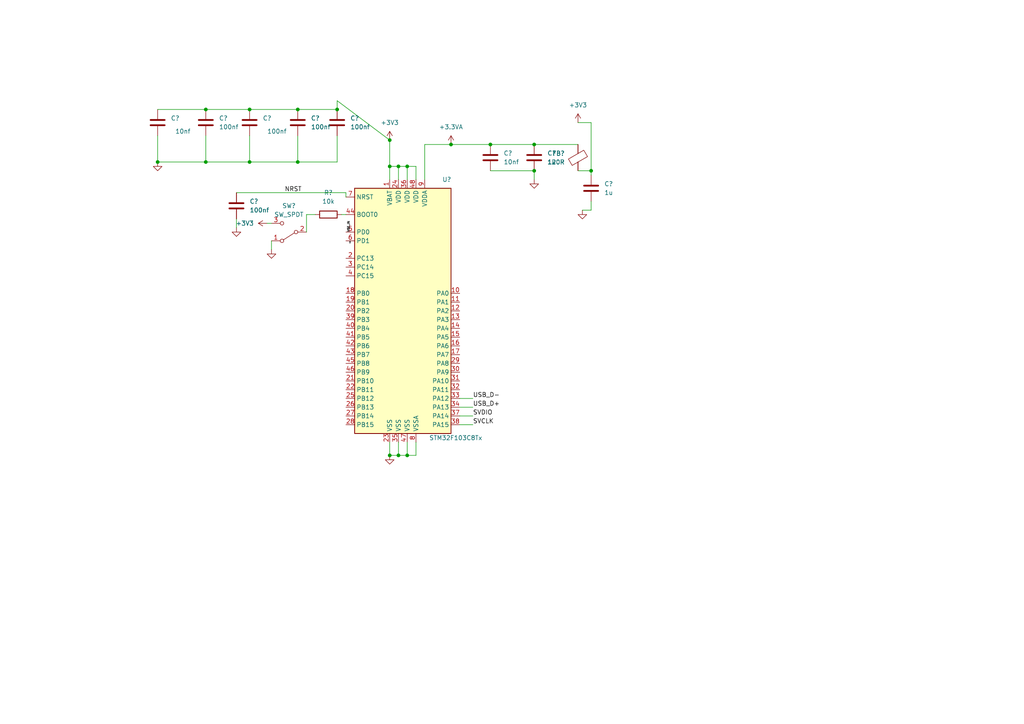
<source format=kicad_sch>
(kicad_sch (version 20211123) (generator eeschema)
  (paper "A4")
  (lib_symbols
    (symbol "Device:C" (pin_numbers hide) (pin_names (offset 0.254))
      (property "Reference" "C" (at 0.635 2.54 0))
      (property "Value" "C" (at 0.635 -2.54 0))
      (symbol "C_0_1"
        (polyline (pts (xy -2.032 -0.762) (xy 2.032 -0.762)) (stroke (width 0.508)))
        (polyline (pts (xy -2.032 0.762) (xy 2.032 0.762)) (stroke (width 0.508)))
      )
      (symbol "C_1_1"
        (pin passive line (at 0 3.81 270) (length 2.794) (name "~") (number "1"))
        (pin passive line (at 0 -3.81 90) (length 2.794) (name "~") (number "2"))
      )
    )
    (symbol "Device:FerriteBead" (pin_numbers hide) (pin_names (offset 0))
      (property "Reference" "FB" (at -3.81 0.635 90))
      (property "Value" "FerriteBead" (at 3.81 0 90))
      (symbol "FerriteBead_0_1"
        (polyline (pts (xy 0 -1.27) (xy 0 -1.2192)))
        (polyline (pts (xy 0 1.27) (xy 0 1.2954)))
        (polyline (pts (xy -2.7686 0.4064) (xy -1.7018 2.2606) (xy 2.7686 -0.3048) (xy 1.6764 -2.159) (xy -2.7686 0.4064)))
      )
      (symbol "FerriteBead_1_1"
        (pin passive line (at 0 3.81 270) (length 2.54) (name "~") (number "1"))
        (pin passive line (at 0 -3.81 90) (length 2.54) (name "~") (number "2"))
      )
    )
    (symbol "Device:R" (pin_numbers hide) (pin_names (offset 0))
      (property "Reference" "R" (at 2.032 0 90))
      (property "Value" "R" (at 0 0 90))
      (symbol "R_0_1"
        (rectangle (start -1.016 -2.54) (end 1.016 2.54) (stroke (width 0.254)))
      )
      (symbol "R_1_1"
        (pin passive line (at 0 3.81 270) (length 1.27) (name "~") (number "1"))
        (pin passive line (at 0 -3.81 90) (length 1.27) (name "~") (number "2"))
      )
    )
    (symbol "MCU_ST_STM32F1:STM32F103C8Tx"
      (property "Reference" "U" (at -15.24 36.83 0))
      (property "Value" "STM32F103C8Tx" (at 7.62 36.83 0))
      (symbol "STM32F103C8Tx_0_1"
        (rectangle (start -15.24 -35.56) (end 12.7 35.56) (stroke (width 0.254)) (fill (type background)))
      )
      (symbol "STM32F103C8Tx_1_1"
        (pin power_in line (at -5.08 38.1 270) (length 2.54) (name "VBAT") (number "1"))
        (pin bidirectional line (at 15.24 5.08 180) (length 2.54) (name "PA0") (number "10"))
        (pin bidirectional line (at 15.24 2.54 180) (length 2.54) (name "PA1") (number "11"))
        (pin bidirectional line (at 15.24 0 180) (length 2.54) (name "PA2") (number "12"))
        (pin bidirectional line (at 15.24 -2.54 180) (length 2.54) (name "PA3") (number "13"))
        (pin bidirectional line (at 15.24 -5.08 180) (length 2.54) (name "PA4") (number "14"))
        (pin bidirectional line (at 15.24 -7.62 180) (length 2.54) (name "PA5") (number "15"))
        (pin bidirectional line (at 15.24 -10.16 180) (length 2.54) (name "PA6") (number "16"))
        (pin bidirectional line (at 15.24 -12.7 180) (length 2.54) (name "PA7") (number "17"))
        (pin bidirectional line (at -17.78 5.08 0) (length 2.54) (name "PB0") (number "18"))
        (pin bidirectional line (at -17.78 2.54 0) (length 2.54) (name "PB1") (number "19"))
        (pin bidirectional line (at -17.78 15.24 0) (length 2.54) (name "PC13") (number "2"))
        (pin bidirectional line (at -17.78 0 0) (length 2.54) (name "PB2") (number "20"))
        (pin bidirectional line (at -17.78 -20.32 0) (length 2.54) (name "PB10") (number "21"))
        (pin bidirectional line (at -17.78 -22.86 0) (length 2.54) (name "PB11") (number "22"))
        (pin power_in line (at -5.08 -38.1 90) (length 2.54) (name "VSS") (number "23"))
        (pin power_in line (at -2.54 38.1 270) (length 2.54) (name "VDD") (number "24"))
        (pin bidirectional line (at -17.78 -25.4 0) (length 2.54) (name "PB12") (number "25"))
        (pin bidirectional line (at -17.78 -27.94 0) (length 2.54) (name "PB13") (number "26"))
        (pin bidirectional line (at -17.78 -30.48 0) (length 2.54) (name "PB14") (number "27"))
        (pin bidirectional line (at -17.78 -33.02 0) (length 2.54) (name "PB15") (number "28"))
        (pin bidirectional line (at 15.24 -15.24 180) (length 2.54) (name "PA8") (number "29"))
        (pin bidirectional line (at -17.78 12.7 0) (length 2.54) (name "PC14") (number "3"))
        (pin bidirectional line (at 15.24 -17.78 180) (length 2.54) (name "PA9") (number "30"))
        (pin bidirectional line (at 15.24 -20.32 180) (length 2.54) (name "PA10") (number "31"))
        (pin bidirectional line (at 15.24 -22.86 180) (length 2.54) (name "PA11") (number "32"))
        (pin bidirectional line (at 15.24 -25.4 180) (length 2.54) (name "PA12") (number "33"))
        (pin bidirectional line (at 15.24 -27.94 180) (length 2.54) (name "PA13") (number "34"))
        (pin power_in line (at -2.54 -38.1 90) (length 2.54) (name "VSS") (number "35"))
        (pin power_in line (at 0 38.1 270) (length 2.54) (name "VDD") (number "36"))
        (pin bidirectional line (at 15.24 -30.48 180) (length 2.54) (name "PA14") (number "37"))
        (pin bidirectional line (at 15.24 -33.02 180) (length 2.54) (name "PA15") (number "38"))
        (pin bidirectional line (at -17.78 -2.54 0) (length 2.54) (name "PB3") (number "39"))
        (pin bidirectional line (at -17.78 10.16 0) (length 2.54) (name "PC15") (number "4"))
        (pin bidirectional line (at -17.78 -5.08 0) (length 2.54) (name "PB4") (number "40"))
        (pin bidirectional line (at -17.78 -7.62 0) (length 2.54) (name "PB5") (number "41"))
        (pin bidirectional line (at -17.78 -10.16 0) (length 2.54) (name "PB6") (number "42"))
        (pin bidirectional line (at -17.78 -12.7 0) (length 2.54) (name "PB7") (number "43"))
        (pin input line (at -17.78 27.94 0) (length 2.54) (name "BOOT0") (number "44"))
        (pin bidirectional line (at -17.78 -15.24 0) (length 2.54) (name "PB8") (number "45"))
        (pin bidirectional line (at -17.78 -17.78 0) (length 2.54) (name "PB9") (number "46"))
        (pin power_in line (at 0 -38.1 90) (length 2.54) (name "VSS") (number "47"))
        (pin power_in line (at 2.54 38.1 270) (length 2.54) (name "VDD") (number "48"))
        (pin input line (at -17.78 22.86 0) (length 2.54) (name "PD0") (number "5"))
        (pin input line (at -17.78 20.32 0) (length 2.54) (name "PD1") (number "6"))
        (pin input line (at -17.78 33.02 0) (length 2.54) (name "NRST") (number "7"))
        (pin power_in line (at 2.54 -38.1 90) (length 2.54) (name "VSSA") (number "8"))
        (pin power_in line (at 5.08 38.1 270) (length 2.54) (name "VDDA") (number "9"))
      )
    )
    (symbol "Switch:SW_SPDT" (pin_names (offset 0) hide)
      (property "Reference" "SW" (at 0 4.318 0))
      (property "Value" "SW_SPDT" (at 0 -5.08 0))
      (symbol "SW_SPDT_0_0"
        (circle (center -2.032 0) (radius 0.508))
        (circle (center 2.032 -2.54) (radius 0.508))
      )
      (symbol "SW_SPDT_0_1"
        (polyline (pts (xy -1.524 0.254) (xy 1.651 2.286)))
        (circle (center 2.032 2.54) (radius 0.508))
      )
      (symbol "SW_SPDT_1_1"
        (pin passive line (at 5.08 2.54 180) (length 2.54) (name "A") (number "1"))
        (pin passive line (at -5.08 0 0) (length 2.54) (name "B") (number "2"))
        (pin passive line (at 5.08 -2.54 180) (length 2.54) (name "C") (number "3"))
      )
    )
    (symbol "power:+3.3V" (power) (pin_names (offset 0))
      (property "Value" "+3.3V" (at 0 3.556 0))
      (symbol "+3.3V_0_1"
        (polyline (pts (xy -0.762 1.27) (xy 0 2.54)))
        (polyline (pts (xy 0 0) (xy 0 2.54)))
        (polyline (pts (xy 0 2.54) (xy 0.762 1.27)))
      )
      (symbol "+3.3V_1_1"
        (pin power_in line (at 0 0 90) (length 0) hide (name "+3V3") (number "1"))
      )
    )
    (symbol "power:+3.3VA" (power) (pin_names (offset 0))
      (property "Value" "+3.3VA" (at 0 3.556 0))
      (symbol "+3.3VA_0_1"
        (polyline (pts (xy -0.762 1.27) (xy 0 2.54)))
        (polyline (pts (xy 0 0) (xy 0 2.54)))
        (polyline (pts (xy 0 2.54) (xy 0.762 1.27)))
      )
      (symbol "+3.3VA_1_1"
        (pin power_in line (at 0 0 90) (length 0) hide (name "+3.3VA") (number "1"))
      )
    )
    (symbol "power:GND" (power) (pin_names (offset 0))
      (property "Value" "GND" (at 0 -3.81 0))
      (symbol "GND_0_1"
        (polyline (pts (xy 0 0) (xy 0 -1.27) (xy 1.27 -1.27) (xy 0 -2.54) (xy -1.27 -1.27) (xy 0 -1.27)))
      )
      (symbol "GND_1_1"
        (pin power_in line (at 0 0 270) (length 0) hide (name "GND") (number "1"))
      )
    )
  )
  (junction (at 154.94 41.91))
  (junction (at 118.11 132.08))
  (junction (at 113.03 40.64))
  (junction (at 97.79 31.75))
  (junction (at 118.11 48.26))
  (junction (at 113.03 48.26))
  (junction (at 154.94 49.53))
  (junction (at 171.45 49.53))
  (junction (at 115.57 132.08))
  (junction (at 45.72 46.99))
  (junction (at 113.03 132.08))
  (junction (at 130.81 41.91))
  (junction (at 86.36 31.75))
  (junction (at 115.57 48.26))
  (junction (at 72.39 31.75))
  (junction (at 59.69 46.99))
  (junction (at 72.39 46.99))
  (junction (at 142.24 41.91))
  (junction (at 59.69 31.75))
  (junction (at 86.36 46.99))
  (wire (pts (xy 154.94 49.53) (xy 154.94 52.07)))
  (wire (pts (xy 68.58 63.5) (xy 68.58 66.04)))
  (wire (pts (xy 171.45 49.53) (xy 171.45 50.8)))
  (wire (pts (xy 171.45 35.56) (xy 171.45 49.53)))
  (wire (pts (xy 133.35 118.11) (xy 137.16 118.11)))
  (wire (pts (xy 120.65 128.27) (xy 120.65 132.08)))
  (wire (pts (xy 88.9 67.31) (xy 88.9 62.23)))
  (wire (pts (xy 99.06 62.23) (xy 100.33 62.23)))
  (wire (pts (xy 115.57 132.08) (xy 118.11 132.08)))
  (wire (pts (xy 59.69 31.75) (xy 72.39 31.75)))
  (wire (pts (xy 171.45 60.96) (xy 168.91 60.96)))
  (wire (pts (xy 45.72 39.37) (xy 45.72 46.99)))
  (wire (pts (xy 86.36 39.37) (xy 86.36 46.99)))
  (wire (pts (xy 133.35 115.57) (xy 137.16 115.57)))
  (wire (pts (xy 167.64 49.53) (xy 171.45 49.53)))
  (wire (pts (xy 113.03 48.26) (xy 115.57 48.26)))
  (wire (pts (xy 113.03 40.64) (xy 113.03 48.26)))
  (wire (pts (xy 133.35 120.65) (xy 137.16 120.65)))
  (wire (pts (xy 88.9 62.23) (xy 91.44 62.23)))
  (wire (pts (xy 68.58 55.88) (xy 100.33 55.88)))
  (wire (pts (xy 171.45 58.42) (xy 171.45 60.96)))
  (wire (pts (xy 72.39 39.37) (xy 72.39 46.99)))
  (wire (pts (xy 167.64 35.56) (xy 171.45 35.56)))
  (wire (pts (xy 97.79 29.21) (xy 97.79 31.75)))
  (wire (pts (xy 45.72 31.75) (xy 59.69 31.75)))
  (wire (pts (xy 86.36 31.75) (xy 97.79 31.75)))
  (wire (pts (xy 142.24 41.91) (xy 154.94 41.91)))
  (wire (pts (xy 72.39 31.75) (xy 86.36 31.75)))
  (wire (pts (xy 113.03 48.26) (xy 113.03 52.07)))
  (wire (pts (xy 118.11 48.26) (xy 120.65 48.26)))
  (wire (pts (xy 130.81 41.91) (xy 142.24 41.91)))
  (wire (pts (xy 78.74 69.85) (xy 78.74 72.39)))
  (wire (pts (xy 86.36 46.99) (xy 72.39 46.99)))
  (wire (pts (xy 142.24 49.53) (xy 154.94 49.53)))
  (wire (pts (xy 120.65 52.07) (xy 120.65 48.26)))
  (wire (pts (xy 59.69 46.99) (xy 45.72 46.99)))
  (wire (pts (xy 123.19 52.07) (xy 123.19 41.91)))
  (wire (pts (xy 97.79 46.99) (xy 86.36 46.99)))
  (wire (pts (xy 77.47 64.77) (xy 78.74 64.77)))
  (wire (pts (xy 59.69 39.37) (xy 59.69 46.99)))
  (wire (pts (xy 115.57 48.26) (xy 118.11 48.26)))
  (wire (pts (xy 113.03 132.08) (xy 115.57 132.08)))
  (wire (pts (xy 72.39 46.99) (xy 59.69 46.99)))
  (wire (pts (xy 118.11 128.27) (xy 118.11 132.08)))
  (wire (pts (xy 115.57 52.07) (xy 115.57 48.26)))
  (wire (pts (xy 118.11 52.07) (xy 118.11 48.26)))
  (wire (pts (xy 118.11 132.08) (xy 120.65 132.08)))
  (wire (pts (xy 133.35 123.19) (xy 137.16 123.19)))
  (wire (pts (xy 113.03 40.64) (xy 97.79 29.21)))
  (wire (pts (xy 167.64 41.91) (xy 154.94 41.91)))
  (wire (pts (xy 113.03 128.27) (xy 113.03 132.08)))
  (wire (pts (xy 115.57 128.27) (xy 115.57 132.08)))
  (wire (pts (xy 100.33 55.88) (xy 100.33 57.15)))
  (wire (pts (xy 123.19 41.91) (xy 130.81 41.91)))
  (wire (pts (xy 97.79 39.37) (xy 97.79 46.99)))
  (label "USB_D+" (at 137.16 118.11 0))
  (label "NRST" (at 82.55 55.88 0))
  (label "SVCLK" (at 137.16 123.19 0))
  (label "USB_D-" (at 137.16 115.57 0))
  (label "SVDIO" (at 137.16 120.65 0))
  (label "HSE_IN" (at 101.6 67.31 90) (effects (font (size 0.6 0.6))))
  (label "HSE_OUT" (at 101.6 69.85 270) (effects (font (size 0.1 0.1))))
  (symbol (lib_id "Device:R") (at 95.25 62.23 90) (mirror x) (unit 1)
    (property "Reference" "R?" (at 95.25 55.88 90))
    (property "Value" "10k" (at 95.25 58.42 90))
  )
  (symbol (lib_id "power:GND") (at 154.94 52.07 0) (unit 1)
    (property "Reference" "#PWR?" (effects hide))
    (property "Value" "GND" (effects hide))
  )
  (symbol (lib_id "Device:C") (at 45.72 35.56 0) (unit 1)
    (property "Reference" "C?" (at 49.53 34.2899 0) (effects (justify left)))
    (property "Value" "10nf" (at 50.8 38.1 0) (effects (justify left)))
  )
  (symbol (lib_id "power:+3.3V") (at 113.03 40.64 0) (unit 1)
    (property "Reference" "#PWR?" (effects hide))
    (property "Value" "+3.3V" (at 113.03 35.56 0))
  )
  (symbol (lib_id "power:+3.3V") (at 77.47 64.77 90) (unit 1)
    (property "Reference" "#PWR?" (effects hide))
    (property "Value" "+3.3V" (at 73.66 64.7699 90) (effects (justify left)))
  )
  (symbol (lib_id "power:GND") (at 113.03 132.08 0) (unit 1)
    (property "Reference" "#PWR?" (effects hide))
    (property "Value" "GND" (effects hide))
  )
  (symbol (lib_id "power:+3.3V") (at 167.64 35.56 0) (unit 1)
    (property "Reference" "#PWR?" (effects hide))
    (property "Value" "+3.3V" (at 167.64 30.48 0))
  )
  (symbol (lib_id "Device:C") (at 154.94 45.72 0) (unit 1)
    (property "Reference" "C?" (at 158.75 44.4499 0) (effects (justify left)))
    (property "Value" "1u" (at 158.75 46.9899 0) (effects (justify left)))
  )
  (symbol (lib_id "power:+3.3VA") (at 130.81 41.91 0) (unit 1)
    (property "Reference" "#PWR?" (effects hide))
    (property "Value" "+3.3VA" (at 130.81 36.83 0))
  )
  (symbol (lib_id "Device:FerriteBead") (at 167.64 45.72 0) (mirror x) (unit 1)
    (property "Reference" "FB?" (at 163.83 44.5007 0) (effects (justify right)))
    (property "Value" "120R" (at 163.83 47.0407 0) (effects (justify right)))
  )
  (symbol (lib_id "Device:C") (at 68.58 59.69 0) (unit 1)
    (property "Reference" "C?" (at 72.39 58.4199 0) (effects (justify left)))
    (property "Value" "100nf" (at 72.39 60.9599 0) (effects (justify left)))
  )
  (symbol (lib_id "Device:C") (at 142.24 45.72 0) (unit 1)
    (property "Reference" "C?" (at 146.05 44.4499 0) (effects (justify left)))
    (property "Value" "10nf" (at 146.05 46.9899 0) (effects (justify left)))
  )
  (symbol (lib_id "MCU_ST_STM32F1:STM32F103C8Tx") (at 118.11 90.17 0) (unit 1)
    (property "Reference" "U?" (at 128.27 52.07 0) (effects (justify left)))
    (property "Value" "STM32F103C8Tx" (at 124.46 127 0) (effects (justify left)))
    (property "Footprint" "Package_QFP:LQFP-48_7x7mm_P0.5mm" (effects hide))
    (property "Datasheet" "http://www.st.com/st-web-ui/static/active/en/resource/technical/document/datasheet/CD00161566.pdf" (effects hide))
  )
  (symbol (lib_id "Device:C") (at 171.45 54.61 0) (unit 1)
    (property "Reference" "C?" (at 175.26 53.3399 0) (effects (justify left)))
    (property "Value" "1u" (at 175.26 55.8799 0) (effects (justify left)))
  )
  (symbol (lib_id "power:GND") (at 78.74 72.39 0) (unit 1)
    (property "Reference" "#PWR?" (effects hide))
    (property "Value" "GND" (effects hide))
  )
  (symbol (lib_id "Device:C") (at 59.69 35.56 0) (unit 1)
    (property "Reference" "C?" (at 63.5 34.2899 0) (effects (justify left)))
    (property "Value" "100nf" (at 63.5 36.8299 0) (effects (justify left)))
  )
  (symbol (lib_id "Device:C") (at 86.36 35.56 0) (unit 1)
    (property "Reference" "C?" (at 90.17 34.2899 0) (effects (justify left)))
    (property "Value" "100nf" (at 90.17 36.8299 0) (effects (justify left)))
  )
  (symbol (lib_id "Switch:SW_SPDT") (at 83.82 67.31 180) (unit 1)
    (property "Reference" "SW?" (at 83.82 59.69 0))
    (property "Value" "SW_SPDT" (at 83.82 62.23 0))
  )
  (symbol (lib_id "power:GND") (at 68.58 66.04 0) (unit 1)
    (property "Reference" "#PWR?" (effects hide))
    (property "Value" "GND" (effects hide))
  )
  (symbol (lib_id "Device:C") (at 72.39 35.56 0) (unit 1)
    (property "Reference" "C?" (at 76.2 34.2899 0) (effects (justify left)))
    (property "Value" "100nf" (at 77.47 38.1 0) (effects (justify left)))
  )
  (symbol (lib_id "power:GND") (at 45.72 46.99 0) (unit 1)
    (property "Reference" "#PWR?" (effects hide))
    (property "Value" "GND" (effects hide))
  )
  (symbol (lib_id "power:GND") (at 168.91 60.96 0) (unit 1)
    (property "Reference" "#PWR?" (effects hide))
    (property "Value" "GND" (effects hide))
  )
  (symbol (lib_id "Device:C") (at 97.79 35.56 0) (unit 1)
    (property "Reference" "C?" (at 101.6 34.2899 0) (effects (justify left)))
    (property "Value" "100nf" (at 101.6 36.8299 0) (effects (justify left)))
  )
)
</source>
